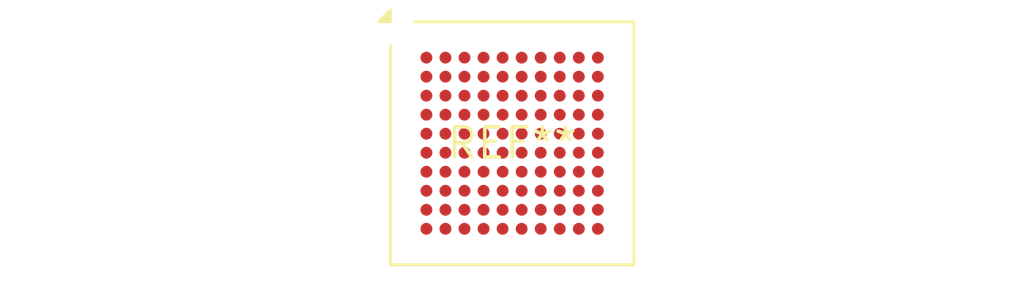
<source format=kicad_pcb>
(kicad_pcb (version 20240108) (generator pcbnew)
  (layers (0 "F.Cu" signal) (31 "B.Cu" signal) (34 "B.Paste" user) (35 "F.Paste" user) (36 "B.SilkS" user "B.Silkscreen") (37 "F.SilkS" user "F.Silkscreen") (38 "B.Mask" user) (39 "F.Mask" user) (44 "Edge.Cuts" user))
  (net 0 "")
  (footprint "LFBGA-100_10x10mm_Layout10x10_P0.8mm" (layer "F.Cu") (at 0 0)
    (property "Reference" "REF**")
    (property "Value" "LFBGA-100_10x10mm_Layout10x10_P0.8mm")
    (fp_line (start -5.11 5.11) (end -5.11 -4.11) (layer "F.SilkS") (stroke (width 0.12)))
    (fp_line (start -4.11 -5.11) (end 5.11 -5.11) (layer "F.SilkS") (stroke (width 0.12)))
    (fp_line (start 5.11 -5.11) (end 5.11 5.11) (layer "F.SilkS") (stroke (width 0.12)))
    (fp_line (start 5.11 5.11) (end -5.11 5.11) (layer "F.SilkS") (stroke (width 0.12)))
    (fp_poly (pts (xy -5.11 -5.11) (xy -5.61 -5.11) (xy -5.11 -5.61) (xy -5.11 -5.11)) (layer "F.SilkS") (stroke (width 0.12)) (fill solid))
    (pad "A1" smd circle (at -3.6 -3.6) (size 0.5 0.5) (property pad_prop_bga) (layers "F.Cu" "F.Paste" "F.Mask"))
    (pad "A2" smd circle (at -2.8 -3.6) (size 0.5 0.5) (property pad_prop_bga) (layers "F.Cu" "F.Paste" "F.Mask"))
    (pad "A3" smd circle (at -2 -3.6) (size 0.5 0.5) (property pad_prop_bga) (layers "F.Cu" "F.Paste" "F.Mask"))
    (pad "A4" smd circle (at -1.2 -3.6) (size 0.5 0.5) (property pad_prop_bga) (layers "F.Cu" "F.Paste" "F.Mask"))
    (pad "A5" smd circle (at -0.4 -3.6) (size 0.5 0.5) (property pad_prop_bga) (layers "F.Cu" "F.Paste" "F.Mask"))
    (pad "A6" smd circle (at 0.4 -3.6) (size 0.5 0.5) (property pad_prop_bga) (layers "F.Cu" "F.Paste" "F.Mask"))
    (pad "A7" smd circle (at 1.2 -3.6) (size 0.5 0.5) (property pad_prop_bga) (layers "F.Cu" "F.Paste" "F.Mask"))
    (pad "A8" smd circle (at 2 -3.6) (size 0.5 0.5) (property pad_prop_bga) (layers "F.Cu" "F.Paste" "F.Mask"))
    (pad "A9" smd circle (at 2.8 -3.6) (size 0.5 0.5) (property pad_prop_bga) (layers "F.Cu" "F.Paste" "F.Mask"))
    (pad "A10" smd circle (at 3.6 -3.6) (size 0.5 0.5) (property pad_prop_bga) (layers "F.Cu" "F.Paste" "F.Mask"))
    (pad "B1" smd circle (at -3.6 -2.8) (size 0.5 0.5) (property pad_prop_bga) (layers "F.Cu" "F.Paste" "F.Mask"))
    (pad "B2" smd circle (at -2.8 -2.8) (size 0.5 0.5) (property pad_prop_bga) (layers "F.Cu" "F.Paste" "F.Mask"))
    (pad "B3" smd circle (at -2 -2.8) (size 0.5 0.5) (property pad_prop_bga) (layers "F.Cu" "F.Paste" "F.Mask"))
    (pad "B4" smd circle (at -1.2 -2.8) (size 0.5 0.5) (property pad_prop_bga) (layers "F.Cu" "F.Paste" "F.Mask"))
    (pad "B5" smd circle (at -0.4 -2.8) (size 0.5 0.5) (property pad_prop_bga) (layers "F.Cu" "F.Paste" "F.Mask"))
    (pad "B6" smd circle (at 0.4 -2.8) (size 0.5 0.5) (property pad_prop_bga) (layers "F.Cu" "F.Paste" "F.Mask"))
    (pad "B7" smd circle (at 1.2 -2.8) (size 0.5 0.5) (property pad_prop_bga) (layers "F.Cu" "F.Paste" "F.Mask"))
    (pad "B8" smd circle (at 2 -2.8) (size 0.5 0.5) (property pad_prop_bga) (layers "F.Cu" "F.Paste" "F.Mask"))
    (pad "B9" smd circle (at 2.8 -2.8) (size 0.5 0.5) (property pad_prop_bga) (layers "F.Cu" "F.Paste" "F.Mask"))
    (pad "B10" smd circle (at 3.6 -2.8) (size 0.5 0.5) (property pad_prop_bga) (layers "F.Cu" "F.Paste" "F.Mask"))
    (pad "C1" smd circle (at -3.6 -2) (size 0.5 0.5) (property pad_prop_bga) (layers "F.Cu" "F.Paste" "F.Mask"))
    (pad "C2" smd circle (at -2.8 -2) (size 0.5 0.5) (property pad_prop_bga) (layers "F.Cu" "F.Paste" "F.Mask"))
    (pad "C3" smd circle (at -2 -2) (size 0.5 0.5) (property pad_prop_bga) (layers "F.Cu" "F.Paste" "F.Mask"))
    (pad "C4" smd circle (at -1.2 -2) (size 0.5 0.5) (property pad_prop_bga) (layers "F.Cu" "F.Paste" "F.Mask"))
    (pad "C5" smd circle (at -0.4 -2) (size 0.5 0.5) (property pad_prop_bga) (layers "F.Cu" "F.Paste" "F.Mask"))
    (pad "C6" smd circle (at 0.4 -2) (size 0.5 0.5) (property pad_prop_bga) (layers "F.Cu" "F.Paste" "F.Mask"))
    (pad "C7" smd circle (at 1.2 -2) (size 0.5 0.5) (property pad_prop_bga) (layers "F.Cu" "F.Paste" "F.Mask"))
    (pad "C8" smd circle (at 2 -2) (size 0.5 0.5) (property pad_prop_bga) (layers "F.Cu" "F.Paste" "F.Mask"))
    (pad "C9" smd circle (at 2.8 -2) (size 0.5 0.5) (property pad_prop_bga) (layers "F.Cu" "F.Paste" "F.Mask"))
    (pad "C10" smd circle (at 3.6 -2) (size 0.5 0.5) (property pad_prop_bga) (layers "F.Cu" "F.Paste" "F.Mask"))
    (pad "D1" smd circle (at -3.6 -1.2) (size 0.5 0.5) (property pad_prop_bga) (layers "F.Cu" "F.Paste" "F.Mask"))
    (pad "D2" smd circle (at -2.8 -1.2) (size 0.5 0.5) (property pad_prop_bga) (layers "F.Cu" "F.Paste" "F.Mask"))
    (pad "D3" smd circle (at -2 -1.2) (size 0.5 0.5) (property pad_prop_bga) (layers "F.Cu" "F.Paste" "F.Mask"))
    (pad "D4" smd circle (at -1.2 -1.2) (size 0.5 0.5) (property pad_prop_bga) (layers "F.Cu" "F.Paste" "F.Mask"))
    (pad "D5" smd circle (at -0.4 -1.2) (size 0.5 0.5) (property pad_prop_bga) (layers "F.Cu" "F.Paste" "F.Mask"))
    (pad "D6" smd circle (at 0.4 -1.2) (size 0.5 0.5) (property pad_prop_bga) (layers "F.Cu" "F.Paste" "F.Mask"))
    (pad "D7" smd circle (at 1.2 -1.2) (size 0.5 0.5) (property pad_prop_bga) (layers "F.Cu" "F.Paste" "F.Mask"))
    (pad "D8" smd circle (at 2 -1.2) (size 0.5 0.5) (property pad_prop_bga) (layers "F.Cu" "F.Paste" "F.Mask"))
    (pad "D9" smd circle (at 2.8 -1.2) (size 0.5 0.5) (property pad_prop_bga) (layers "F.Cu" "F.Paste" "F.Mask"))
    (pad "D10" smd circle (at 3.6 -1.2) (size 0.5 0.5) (property pad_prop_bga) (layers "F.Cu" "F.Paste" "F.Mask"))
    (pad "E1" smd circle (at -3.6 -0.4) (size 0.5 0.5) (property pad_prop_bga) (layers "F.Cu" "F.Paste" "F.Mask"))
    (pad "E2" smd circle (at -2.8 -0.4) (size 0.5 0.5) (property pad_prop_bga) (layers "F.Cu" "F.Paste" "F.Mask"))
    (pad "E3" smd circle (at -2 -0.4) (size 0.5 0.5) (property pad_prop_bga) (layers "F.Cu" "F.Paste" "F.Mask"))
    (pad "E4" smd circle (at -1.2 -0.4) (size 0.5 0.5) (property pad_prop_bga) (layers "F.Cu" "F.Paste" "F.Mask"))
    (pad "E5" smd circle (at -0.4 -0.4) (size 0.5 0.5) (property pad_prop_bga) (layers "F.Cu" "F.Paste" "F.Mask"))
    (pad "E6" smd circle (at 0.4 -0.4) (size 0.5 0.5) (property pad_prop_bga) (layers "F.Cu" "F.Paste" "F.Mask"))
    (pad "E7" smd circle (at 1.2 -0.4) (size 0.5 0.5) (property pad_prop_bga) (layers "F.Cu" "F.Paste" "F.Mask"))
    (pad "E8" smd circle (at 2 -0.4) (size 0.5 0.5) (property pad_prop_bga) (layers "F.Cu" "F.Paste" "F.Mask"))
    (pad "E9" smd circle (at 2.8 -0.4) (size 0.5 0.5) (property pad_prop_bga) (layers "F.Cu" "F.Paste" "F.Mask"))
    (pad "E10" smd circle (at 3.6 -0.4) (size 0.5 0.5) (property pad_prop_bga) (layers "F.Cu" "F.Paste" "F.Mask"))
    (pad "F1" smd circle (at -3.6 0.4) (size 0.5 0.5) (property pad_prop_bga) (layers "F.Cu" "F.Paste" "F.Mask"))
    (pad "F2" smd circle (at -2.8 0.4) (size 0.5 0.5) (property pad_prop_bga) (layers "F.Cu" "F.Paste" "F.Mask"))
    (pad "F3" smd circle (at -2 0.4) (size 0.5 0.5) (property pad_prop_bga) (layers "F.Cu" "F.Paste" "F.Mask"))
    (pad "F4" smd circle (at -1.2 0.4) (size 0.5 0.5) (property pad_prop_bga) (layers "F.Cu" "F.Paste" "F.Mask"))
    (pad "F5" smd circle (at -0.4 0.4) (size 0.5 0.5) (property pad_prop_bga) (layers "F.Cu" "F.Paste" "F.Mask"))
    (pad "F6" smd circle (at 0.4 0.4) (size 0.5 0.5) (property pad_prop_bga) (layers "F.Cu" "F.Paste" "F.Mask"))
    (pad "F7" smd circle (at 1.2 0.4) (size 0.5 0.5) (property pad_prop_bga) (layers "F.Cu" "F.Paste" "F.Mask"))
    (pad "F8" smd circle (at 2 0.4) (size 0.5 0.5) (property pad_prop_bga) (layers "F.Cu" "F.Paste" "F.Mask"))
    (pad "F9" smd circle (at 2.8 0.4) (size 0.5 0.5) (property pad_prop_bga) (layers "F.Cu" "F.Paste" "F.Mask"))
    (pad "F10" smd circle (at 3.6 0.4) (size 0.5 0.5) (property pad_prop_bga) (layers "F.Cu" "F.Paste" "F.Mask"))
    (pad "G1" smd circle (at -3.6 1.2) (size 0.5 0.5) (property pad_prop_bga) (layers "F.Cu" "F.Paste" "F.Mask"))
    (pad "G2" smd circle (at -2.8 1.2) (size 0.5 0.5) (property pad_prop_bga) (layers "F.Cu" "F.Paste" "F.Mask"))
    (pad "G3" smd circle (at -2 1.2) (size 0.5 0.5) (property pad_prop_bga) (layers "F.Cu" "F.Paste" "F.Mask"))
    (pad "G4" smd circle (at -1.2 1.2) (size 0.5 0.5) (property pad_prop_bga) (layers "F.Cu" "F.Paste" "F.Mask"))
    (pad "G5" smd circle (at -0.4 1.2) (size 0.5 0.5) (property pad_prop_bga) (layers "F.Cu" "F.Paste" "F.Mask"))
    (pad "G6" smd circle (at 0.4 1.2) (size 0.5 0.5) (property pad_prop_bga) (layers "F.Cu" "F.Paste" "F.Mask"))
    (pad "G7" smd circle (at 1.2 1.2) (size 0.5 0.5) (property pad_prop_bga) (layers "F.Cu" "F.Paste" "F.Mask"))
    (pad "G8" smd circle (at 2 1.2) (size 0.5 0.5) (property pad_prop_bga) (layers "F.Cu" "F.Paste" "F.Mask"))
    (pad "G9" smd circle (at 2.8 1.2) (size 0.5 0.5) (property pad_prop_bga) (layers "F.Cu" "F.Paste" "F.Mask"))
    (pad "G10" smd circle (at 3.6 1.2) (size 0.5 0.5) (property pad_prop_bga) (layers "F.Cu" "F.Paste" "F.Mask"))
    (pad "H1" smd circle (at -3.6 2) (size 0.5 0.5) (property pad_prop_bga) (layers "F.Cu" "F.Paste" "F.Mask"))
    (pad "H2" smd circle (at -2.8 2) (size 0.5 0.5) (property pad_prop_bga) (layers "F.Cu" "F.Paste" "F.Mask"))
    (pad "H3" smd circle (at -2 2) (size 0.5 0.5) (property pad_prop_bga) (layers "F.Cu" "F.Paste" "F.Mask"))
    (pad "H4" smd circle (at -1.2 2) (size 0.5 0.5) (property pad_prop_bga) (layers "F.Cu" "F.Paste" "F.Mask"))
    (pad "H5" smd circle (at -0.4 2) (size 0.5 0.5) (property pad_prop_bga) (layers "F.Cu" "F.Paste" "F.Mask"))
    (pad "H6" smd circle (at 0.4 2) (size 0.5 0.5) (property pad_prop_bga) (layers "F.Cu" "F.Paste" "F.Mask"))
    (pad "H7" smd circle (at 1.2 2) (size 0.5 0.5) (property pad_prop_bga) (layers "F.Cu" "F.Paste" "F.Mask"))
    (pad "H8" smd circle (at 2 2) (size 0.5 0.5) (property pad_prop_bga) (layers "F.Cu" "F.Paste" "F.Mask"))
    (pad "H9" smd circle (at 2.8 2) (size 0.5 0.5) (property pad_prop_bga) (layers "F.Cu" "F.Paste" "F.Mask"))
    (pad "H10" smd circle (at 3.6 2) (size 0.5 0.5) (property pad_prop_bga) (layers "F.Cu" "F.Paste" "F.Mask"))
    (pad "J1" smd circle (at -3.6 2.8) (size 0.5 0.5) (property pad_prop_bga) (layers "F.Cu" "F.Paste" "F.Mask"))
    (pad "J2" smd circle (at -2.8 2.8) (size 0.5 0.5) (property pad_prop_bga) (layers "F.Cu" "F.Paste" "F.Mask"))
    (pad "J3" smd circle (at -2 2.8) (size 0.5 0.5) (property pad_prop_bga) (layers "F.Cu" "F.Paste" "F.Mask"))
    (pad "J4" smd circle (at -1.2 2.8) (size 0.5 0.5) (property pad_prop_bga) (layers "F.Cu" "F.Paste" "F.Mask"))
    (pad "J5" smd circle (at -0.4 2.8) (size 0.5 0.5) (property pad_prop_bga) (layers "F.Cu" "F.Paste" "F.Mask"))
    (pad "J6" smd circle (at 0.4 2.8) (size 0.5 0.5) (property pad_prop_bga) (layers "F.Cu" "F.Paste" "F.Mask"))
    (pad "J7" smd circle (at 1.2 2.8) (size 0.5 0.5) (property pad_prop_bga) (layers "F.Cu" "F.Paste" "F.Mask"))
    (pad "J8" smd circle (at 2 2.8) (size 0.5 0.5) (property pad_prop_bga) (layers "F.Cu" "F.Paste" "F.Mask"))
    (pad "J9" smd circle (at 2.8 2.8) (size 0.5 0.5) (property pad_prop_bga) (layers "F.Cu" "F.Paste" "F.Mask"))
    (pad "J10" smd circle (at 3.6 2.8) (size 0.5 0.5) (property pad_prop_bga) (layers "F.Cu" "F.Paste" "F.Mask"))
    (pad "K1" smd circle (at -3.6 3.6) (size 0.5 0.5) (property pad_prop_bga) (layers "F.Cu" "F.Paste" "F.Mask"))
    (pad "K2" smd circle (at -2.8 3.6) (size 0.5 0.5) (property pad_prop_bga) (layers "F.Cu" "F.Paste" "F.Mask"))
    (pad "K3" smd circle (at -2 3.6) (size 0.5 0.5) (property pad_prop_bga) (layers "F.Cu" "F.Paste" "F.Mask"))
    (pad "K4" smd circle (at -1.2 3.6) (size 0.5 0.5) (property pad_prop_bga) (layers "F.Cu" "F.Paste" "F.Mask"))
    (pad "K5" smd circle (at -0.4 3.6) (size 0.5 0.5) (property pad_prop_bga) (layers "F.Cu" "F.Paste" "F.Mask"))
    (pad "K6" smd circle (at 0.4 3.6) (size 0.5 0.5) (property pad_prop_bga) (layers "F.Cu" "F.Paste" "F.Mask"))
    (pad "K7" smd circle (at 1.2 3.6) (size 0.5 0.5) (property pad_prop_bga) (layers "F.Cu" "F.Paste" "F.Mask"))
    (pad "K8" smd circle (at 2 3.6) (size 0.5 0.5) (property pad_prop_bga) (layers "F.Cu" "F.Paste" "F.Mask"))
    (pad "K9" smd circle (at 2.8 3.6) (size 0.5 0.5) (property pad_prop_bga) (layers "F.Cu" "F.Paste" "F.Mask"))
    (pad "K10" smd circle (at 3.6 3.6) (size 0.5 0.5) (property pad_prop_bga) (layers "F.Cu" "F.Paste" "F.Mask"))
  )
)
</source>
